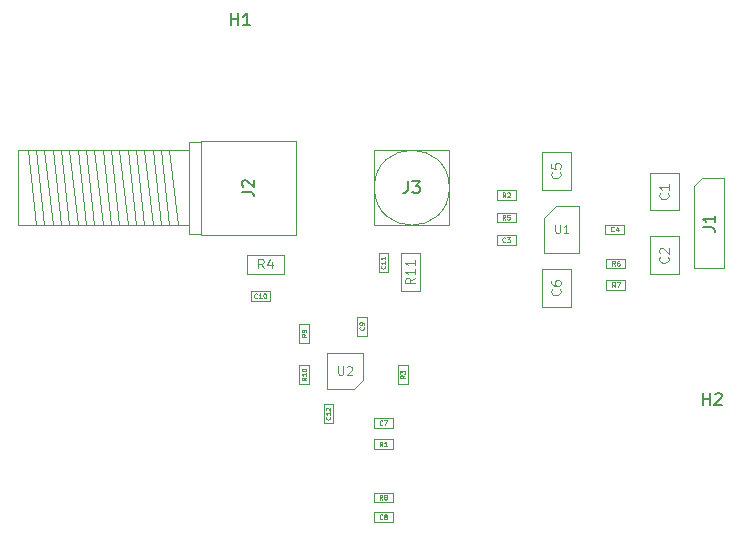
<source format=gbr>
G04 #@! TF.GenerationSoftware,KiCad,Pcbnew,(5.1.9)-1*
G04 #@! TF.CreationDate,2021-09-01T14:55:38+02:00*
G04 #@! TF.ProjectId,PDH_photodiode,5044485f-7068-46f7-946f-64696f64652e,1.1*
G04 #@! TF.SameCoordinates,Original*
G04 #@! TF.FileFunction,Other,Fab,Top*
%FSLAX45Y45*%
G04 Gerber Fmt 4.5, Leading zero omitted, Abs format (unit mm)*
G04 Created by KiCad (PCBNEW (5.1.9)-1) date 2021-09-01 14:55:38*
%MOMM*%
%LPD*%
G01*
G04 APERTURE LIST*
%ADD10C,0.100000*%
%ADD11C,0.060000*%
%ADD12C,0.120000*%
%ADD13C,0.150000*%
%ADD14C,0.110000*%
G04 APERTURE END LIST*
D10*
X13825000Y-6525000D02*
X14025000Y-6525000D01*
X14025000Y-6525000D02*
X14025000Y-6925000D01*
X14025000Y-6925000D02*
X13725000Y-6925000D01*
X13725000Y-6925000D02*
X13725000Y-6625000D01*
X13725000Y-6625000D02*
X13825000Y-6525000D01*
X14245000Y-6765000D02*
X14245000Y-6685000D01*
X14245000Y-6685000D02*
X14405000Y-6685000D01*
X14405000Y-6685000D02*
X14405000Y-6765000D01*
X14405000Y-6765000D02*
X14245000Y-6765000D01*
X14620000Y-6785000D02*
X14870000Y-6785000D01*
X14870000Y-6785000D02*
X14870000Y-7105000D01*
X14870000Y-7105000D02*
X14620000Y-7105000D01*
X14620000Y-7105000D02*
X14620000Y-6785000D01*
X14620000Y-6565000D02*
X14620000Y-6245000D01*
X14870000Y-6565000D02*
X14620000Y-6565000D01*
X14870000Y-6245000D02*
X14870000Y-6565000D01*
X14620000Y-6245000D02*
X14870000Y-6245000D01*
X13485000Y-6855000D02*
X13325000Y-6855000D01*
X13485000Y-6775000D02*
X13485000Y-6855000D01*
X13325000Y-6775000D02*
X13485000Y-6775000D01*
X13325000Y-6855000D02*
X13325000Y-6775000D01*
X13955000Y-6390000D02*
X13705000Y-6390000D01*
X13705000Y-6390000D02*
X13705000Y-6070000D01*
X13705000Y-6070000D02*
X13955000Y-6070000D01*
X13955000Y-6070000D02*
X13955000Y-6390000D01*
X13955000Y-7060000D02*
X13955000Y-7380000D01*
X13705000Y-7060000D02*
X13955000Y-7060000D01*
X13705000Y-7380000D02*
X13705000Y-7060000D01*
X13955000Y-7380000D02*
X13705000Y-7380000D01*
X12445000Y-9200000D02*
X12285000Y-9200000D01*
X12445000Y-9120000D02*
X12445000Y-9200000D01*
X12285000Y-9120000D02*
X12445000Y-9120000D01*
X12285000Y-9200000D02*
X12285000Y-9120000D01*
X12145000Y-7625000D02*
X12145000Y-7465000D01*
X12225000Y-7625000D02*
X12145000Y-7625000D01*
X12225000Y-7465000D02*
X12225000Y-7625000D01*
X12145000Y-7465000D02*
X12225000Y-7465000D01*
X11940000Y-8365000D02*
X11860000Y-8365000D01*
X11860000Y-8365000D02*
X11860000Y-8205000D01*
X11860000Y-8205000D02*
X11940000Y-8205000D01*
X11940000Y-8205000D02*
X11940000Y-8365000D01*
X14998000Y-6357500D02*
X15061500Y-6294000D01*
X14998000Y-7056000D02*
X14998000Y-6357500D01*
X15252000Y-7056000D02*
X14998000Y-7056000D01*
X15252000Y-6294000D02*
X15252000Y-7056000D01*
X15061500Y-6294000D02*
X15252000Y-6294000D01*
X11527500Y-7100000D02*
X11207500Y-7100000D01*
X11527500Y-6940000D02*
X11527500Y-7100000D01*
X11207500Y-6940000D02*
X11527500Y-6940000D01*
X11207500Y-7100000D02*
X11207500Y-6940000D01*
X11402500Y-7330000D02*
X11242500Y-7330000D01*
X11402500Y-7250000D02*
X11402500Y-7330000D01*
X11242500Y-7250000D02*
X11402500Y-7250000D01*
X11242500Y-7330000D02*
X11242500Y-7250000D01*
X12325000Y-6927500D02*
X12405000Y-6927500D01*
X12405000Y-6927500D02*
X12405000Y-7087500D01*
X12405000Y-7087500D02*
X12325000Y-7087500D01*
X12325000Y-7087500D02*
X12325000Y-6927500D01*
X12285000Y-8586250D02*
X12285000Y-8503750D01*
X12285000Y-8503750D02*
X12445000Y-8503750D01*
X12445000Y-8503750D02*
X12445000Y-8586250D01*
X12445000Y-8586250D02*
X12285000Y-8586250D01*
X13485000Y-6393750D02*
X13485000Y-6476250D01*
X13485000Y-6476250D02*
X13325000Y-6476250D01*
X13325000Y-6476250D02*
X13325000Y-6393750D01*
X13325000Y-6393750D02*
X13485000Y-6393750D01*
X13325000Y-6583750D02*
X13485000Y-6583750D01*
X13325000Y-6666250D02*
X13325000Y-6583750D01*
X13485000Y-6666250D02*
X13325000Y-6666250D01*
X13485000Y-6583750D02*
X13485000Y-6666250D01*
X14255000Y-6973750D02*
X14415000Y-6973750D01*
X14255000Y-7056250D02*
X14255000Y-6973750D01*
X14415000Y-7056250D02*
X14255000Y-7056250D01*
X14415000Y-6973750D02*
X14415000Y-7056250D01*
X14415000Y-7153750D02*
X14415000Y-7236250D01*
X14415000Y-7236250D02*
X14255000Y-7236250D01*
X14255000Y-7236250D02*
X14255000Y-7153750D01*
X14255000Y-7153750D02*
X14415000Y-7153750D01*
X12285000Y-8953750D02*
X12445000Y-8953750D01*
X12285000Y-9036250D02*
X12285000Y-8953750D01*
X12445000Y-9036250D02*
X12285000Y-9036250D01*
X12445000Y-8953750D02*
X12445000Y-9036250D01*
X11653750Y-7685000D02*
X11653750Y-7525000D01*
X11736250Y-7685000D02*
X11653750Y-7685000D01*
X11736250Y-7525000D02*
X11736250Y-7685000D01*
X11653750Y-7525000D02*
X11736250Y-7525000D01*
X11653750Y-7875000D02*
X11736250Y-7875000D01*
X11736250Y-7875000D02*
X11736250Y-8035000D01*
X11736250Y-8035000D02*
X11653750Y-8035000D01*
X11653750Y-8035000D02*
X11653750Y-7875000D01*
X12515000Y-7245000D02*
X12515000Y-6925000D01*
X12675000Y-7245000D02*
X12515000Y-7245000D01*
X12675000Y-6925000D02*
X12675000Y-7245000D01*
X12515000Y-6925000D02*
X12675000Y-6925000D01*
X12190000Y-8000000D02*
X12115000Y-8075000D01*
X12190000Y-7775000D02*
X12190000Y-8000000D01*
X11890000Y-7775000D02*
X12190000Y-7775000D01*
X11890000Y-8075000D02*
X11890000Y-7775000D01*
X12115000Y-8075000D02*
X11890000Y-8075000D01*
X9425000Y-6692500D02*
X9354400Y-6057500D01*
X10825000Y-6775000D02*
X10825000Y-5975000D01*
X10718000Y-6765000D02*
X10825000Y-6765000D01*
X10718000Y-5985000D02*
X10718000Y-6765000D01*
X10825000Y-5985000D02*
X10718000Y-5985000D01*
X9275000Y-6057500D02*
X10718000Y-6057500D01*
X9275000Y-6692500D02*
X10718000Y-6692500D01*
X9275000Y-6692500D02*
X9275000Y-6057500D01*
X10825000Y-5975000D02*
X11625000Y-5975000D01*
X11625000Y-6775000D02*
X11625000Y-5975000D01*
X10825000Y-6775000D02*
X11625000Y-6775000D01*
X9495600Y-6692500D02*
X9425000Y-6057500D01*
X9566200Y-6692500D02*
X9495600Y-6057500D01*
X9636800Y-6692500D02*
X9566200Y-6057500D01*
X9707400Y-6692500D02*
X9636800Y-6057500D01*
X9778000Y-6692500D02*
X9707400Y-6057500D01*
X9848600Y-6692500D02*
X9778000Y-6057500D01*
X9919200Y-6692500D02*
X9848600Y-6057500D01*
X9989800Y-6692500D02*
X9919200Y-6057500D01*
X10060400Y-6692500D02*
X9989800Y-6057500D01*
X10131000Y-6692500D02*
X10060400Y-6057500D01*
X10201600Y-6692500D02*
X10131000Y-6057500D01*
X10272200Y-6692500D02*
X10201600Y-6057500D01*
X10342800Y-6692500D02*
X10272200Y-6057500D01*
X10413400Y-6692500D02*
X10342800Y-6057500D01*
X10484000Y-6692500D02*
X10413400Y-6057500D01*
X10554600Y-6692500D02*
X10484000Y-6057500D01*
X10625200Y-6692500D02*
X10554600Y-6057500D01*
X12925000Y-6372500D02*
G75*
G03*
X12925000Y-6372500I-317500J0D01*
G01*
X12925000Y-6690000D02*
X12290000Y-6690000D01*
X12925000Y-6690000D02*
X12925000Y-6055000D01*
X12925000Y-6055000D02*
X12290000Y-6055000D01*
X12290000Y-6690000D02*
X12290000Y-6055000D01*
X12445000Y-8325000D02*
X12445000Y-8405000D01*
X12445000Y-8405000D02*
X12285000Y-8405000D01*
X12285000Y-8405000D02*
X12285000Y-8325000D01*
X12285000Y-8325000D02*
X12445000Y-8325000D01*
X12571250Y-7875000D02*
X12571250Y-8035000D01*
X12488750Y-7875000D02*
X12571250Y-7875000D01*
X12488750Y-8035000D02*
X12488750Y-7875000D01*
X12571250Y-8035000D02*
X12488750Y-8035000D01*
X13821667Y-6686667D02*
X13821667Y-6743333D01*
X13825000Y-6750000D01*
X13828333Y-6753333D01*
X13835000Y-6756667D01*
X13848333Y-6756667D01*
X13855000Y-6753333D01*
X13858333Y-6750000D01*
X13861667Y-6743333D01*
X13861667Y-6686667D01*
X13931667Y-6756667D02*
X13891667Y-6756667D01*
X13911667Y-6756667D02*
X13911667Y-6686667D01*
X13905000Y-6696667D01*
X13898333Y-6703333D01*
X13891667Y-6706667D01*
D11*
X14318333Y-6739286D02*
X14316428Y-6741190D01*
X14310714Y-6743095D01*
X14306905Y-6743095D01*
X14301190Y-6741190D01*
X14297381Y-6737381D01*
X14295476Y-6733571D01*
X14293571Y-6725952D01*
X14293571Y-6720238D01*
X14295476Y-6712619D01*
X14297381Y-6708809D01*
X14301190Y-6705000D01*
X14306905Y-6703095D01*
X14310714Y-6703095D01*
X14316428Y-6705000D01*
X14318333Y-6706905D01*
X14352619Y-6716428D02*
X14352619Y-6743095D01*
X14343095Y-6701190D02*
X14333571Y-6729762D01*
X14358333Y-6729762D01*
D12*
X14773571Y-6958333D02*
X14777381Y-6962143D01*
X14781190Y-6973571D01*
X14781190Y-6981190D01*
X14777381Y-6992619D01*
X14769762Y-7000238D01*
X14762143Y-7004048D01*
X14746905Y-7007857D01*
X14735476Y-7007857D01*
X14720238Y-7004048D01*
X14712619Y-7000238D01*
X14705000Y-6992619D01*
X14701190Y-6981190D01*
X14701190Y-6973571D01*
X14705000Y-6962143D01*
X14708809Y-6958333D01*
X14708809Y-6927857D02*
X14705000Y-6924048D01*
X14701190Y-6916428D01*
X14701190Y-6897381D01*
X14705000Y-6889762D01*
X14708809Y-6885952D01*
X14716428Y-6882143D01*
X14724048Y-6882143D01*
X14735476Y-6885952D01*
X14781190Y-6931667D01*
X14781190Y-6882143D01*
X14773571Y-6418333D02*
X14777381Y-6422143D01*
X14781190Y-6433571D01*
X14781190Y-6441190D01*
X14777381Y-6452619D01*
X14769762Y-6460238D01*
X14762143Y-6464048D01*
X14746905Y-6467857D01*
X14735476Y-6467857D01*
X14720238Y-6464048D01*
X14712619Y-6460238D01*
X14705000Y-6452619D01*
X14701190Y-6441190D01*
X14701190Y-6433571D01*
X14705000Y-6422143D01*
X14708809Y-6418333D01*
X14781190Y-6342143D02*
X14781190Y-6387857D01*
X14781190Y-6365000D02*
X14701190Y-6365000D01*
X14712619Y-6372619D01*
X14720238Y-6380238D01*
X14724048Y-6387857D01*
D11*
X13398333Y-6829286D02*
X13396428Y-6831190D01*
X13390714Y-6833095D01*
X13386905Y-6833095D01*
X13381190Y-6831190D01*
X13377381Y-6827381D01*
X13375476Y-6823571D01*
X13373571Y-6815952D01*
X13373571Y-6810238D01*
X13375476Y-6802619D01*
X13377381Y-6798809D01*
X13381190Y-6795000D01*
X13386905Y-6793095D01*
X13390714Y-6793095D01*
X13396428Y-6795000D01*
X13398333Y-6796905D01*
X13411667Y-6793095D02*
X13436428Y-6793095D01*
X13423095Y-6808333D01*
X13428809Y-6808333D01*
X13432619Y-6810238D01*
X13434524Y-6812143D01*
X13436428Y-6815952D01*
X13436428Y-6825476D01*
X13434524Y-6829286D01*
X13432619Y-6831190D01*
X13428809Y-6833095D01*
X13417381Y-6833095D01*
X13413571Y-6831190D01*
X13411667Y-6829286D01*
D12*
X13858571Y-6243333D02*
X13862381Y-6247143D01*
X13866190Y-6258571D01*
X13866190Y-6266190D01*
X13862381Y-6277619D01*
X13854762Y-6285238D01*
X13847143Y-6289048D01*
X13831905Y-6292857D01*
X13820476Y-6292857D01*
X13805238Y-6289048D01*
X13797619Y-6285238D01*
X13790000Y-6277619D01*
X13786190Y-6266190D01*
X13786190Y-6258571D01*
X13790000Y-6247143D01*
X13793809Y-6243333D01*
X13786190Y-6170952D02*
X13786190Y-6209048D01*
X13824286Y-6212857D01*
X13820476Y-6209048D01*
X13816667Y-6201428D01*
X13816667Y-6182381D01*
X13820476Y-6174762D01*
X13824286Y-6170952D01*
X13831905Y-6167143D01*
X13850952Y-6167143D01*
X13858571Y-6170952D01*
X13862381Y-6174762D01*
X13866190Y-6182381D01*
X13866190Y-6201428D01*
X13862381Y-6209048D01*
X13858571Y-6212857D01*
X13858571Y-7233333D02*
X13862381Y-7237143D01*
X13866190Y-7248571D01*
X13866190Y-7256190D01*
X13862381Y-7267619D01*
X13854762Y-7275238D01*
X13847143Y-7279048D01*
X13831905Y-7282857D01*
X13820476Y-7282857D01*
X13805238Y-7279048D01*
X13797619Y-7275238D01*
X13790000Y-7267619D01*
X13786190Y-7256190D01*
X13786190Y-7248571D01*
X13790000Y-7237143D01*
X13793809Y-7233333D01*
X13786190Y-7164762D02*
X13786190Y-7180000D01*
X13790000Y-7187619D01*
X13793809Y-7191428D01*
X13805238Y-7199048D01*
X13820476Y-7202857D01*
X13850952Y-7202857D01*
X13858571Y-7199048D01*
X13862381Y-7195238D01*
X13866190Y-7187619D01*
X13866190Y-7172381D01*
X13862381Y-7164762D01*
X13858571Y-7160952D01*
X13850952Y-7157143D01*
X13831905Y-7157143D01*
X13824286Y-7160952D01*
X13820476Y-7164762D01*
X13816667Y-7172381D01*
X13816667Y-7187619D01*
X13820476Y-7195238D01*
X13824286Y-7199048D01*
X13831905Y-7202857D01*
D11*
X12358333Y-9174286D02*
X12356428Y-9176190D01*
X12350714Y-9178095D01*
X12346905Y-9178095D01*
X12341190Y-9176190D01*
X12337381Y-9172381D01*
X12335476Y-9168571D01*
X12333571Y-9160952D01*
X12333571Y-9155238D01*
X12335476Y-9147619D01*
X12337381Y-9143810D01*
X12341190Y-9140000D01*
X12346905Y-9138095D01*
X12350714Y-9138095D01*
X12356428Y-9140000D01*
X12358333Y-9141905D01*
X12381190Y-9155238D02*
X12377381Y-9153333D01*
X12375476Y-9151429D01*
X12373571Y-9147619D01*
X12373571Y-9145714D01*
X12375476Y-9141905D01*
X12377381Y-9140000D01*
X12381190Y-9138095D01*
X12388809Y-9138095D01*
X12392619Y-9140000D01*
X12394524Y-9141905D01*
X12396428Y-9145714D01*
X12396428Y-9147619D01*
X12394524Y-9151429D01*
X12392619Y-9153333D01*
X12388809Y-9155238D01*
X12381190Y-9155238D01*
X12377381Y-9157143D01*
X12375476Y-9159048D01*
X12373571Y-9162857D01*
X12373571Y-9170476D01*
X12375476Y-9174286D01*
X12377381Y-9176190D01*
X12381190Y-9178095D01*
X12388809Y-9178095D01*
X12392619Y-9176190D01*
X12394524Y-9174286D01*
X12396428Y-9170476D01*
X12396428Y-9162857D01*
X12394524Y-9159048D01*
X12392619Y-9157143D01*
X12388809Y-9155238D01*
X12199286Y-7551667D02*
X12201190Y-7553571D01*
X12203095Y-7559286D01*
X12203095Y-7563095D01*
X12201190Y-7568809D01*
X12197381Y-7572619D01*
X12193571Y-7574524D01*
X12185952Y-7576428D01*
X12180238Y-7576428D01*
X12172619Y-7574524D01*
X12168809Y-7572619D01*
X12165000Y-7568809D01*
X12163095Y-7563095D01*
X12163095Y-7559286D01*
X12165000Y-7553571D01*
X12166905Y-7551667D01*
X12203095Y-7532619D02*
X12203095Y-7525000D01*
X12201190Y-7521190D01*
X12199286Y-7519286D01*
X12193571Y-7515476D01*
X12185952Y-7513571D01*
X12170714Y-7513571D01*
X12166905Y-7515476D01*
X12165000Y-7517381D01*
X12163095Y-7521190D01*
X12163095Y-7528809D01*
X12165000Y-7532619D01*
X12166905Y-7534524D01*
X12170714Y-7536428D01*
X12180238Y-7536428D01*
X12184048Y-7534524D01*
X12185952Y-7532619D01*
X12187857Y-7528809D01*
X12187857Y-7521190D01*
X12185952Y-7517381D01*
X12184048Y-7515476D01*
X12180238Y-7513571D01*
X11914286Y-8310714D02*
X11916190Y-8312619D01*
X11918095Y-8318333D01*
X11918095Y-8322143D01*
X11916190Y-8327857D01*
X11912381Y-8331667D01*
X11908571Y-8333571D01*
X11900952Y-8335476D01*
X11895238Y-8335476D01*
X11887619Y-8333571D01*
X11883809Y-8331667D01*
X11880000Y-8327857D01*
X11878095Y-8322143D01*
X11878095Y-8318333D01*
X11880000Y-8312619D01*
X11881905Y-8310714D01*
X11918095Y-8272619D02*
X11918095Y-8295476D01*
X11918095Y-8284048D02*
X11878095Y-8284048D01*
X11883809Y-8287857D01*
X11887619Y-8291667D01*
X11889524Y-8295476D01*
X11881905Y-8257381D02*
X11880000Y-8255476D01*
X11878095Y-8251667D01*
X11878095Y-8242143D01*
X11880000Y-8238333D01*
X11881905Y-8236428D01*
X11885714Y-8234524D01*
X11889524Y-8234524D01*
X11895238Y-8236428D01*
X11918095Y-8259286D01*
X11918095Y-8234524D01*
D13*
X15070238Y-6708333D02*
X15141667Y-6708333D01*
X15155952Y-6713095D01*
X15165476Y-6722619D01*
X15170238Y-6736905D01*
X15170238Y-6746428D01*
X15170238Y-6608333D02*
X15170238Y-6665476D01*
X15170238Y-6636905D02*
X15070238Y-6636905D01*
X15084524Y-6646428D01*
X15094048Y-6655952D01*
X15098809Y-6665476D01*
D12*
X11354167Y-7056190D02*
X11327500Y-7018095D01*
X11308452Y-7056190D02*
X11308452Y-6976190D01*
X11338928Y-6976190D01*
X11346548Y-6980000D01*
X11350357Y-6983809D01*
X11354167Y-6991428D01*
X11354167Y-7002857D01*
X11350357Y-7010476D01*
X11346548Y-7014286D01*
X11338928Y-7018095D01*
X11308452Y-7018095D01*
X11422738Y-7002857D02*
X11422738Y-7056190D01*
X11403690Y-6972381D02*
X11384643Y-7029524D01*
X11434167Y-7029524D01*
D11*
X11296786Y-7304286D02*
X11294881Y-7306190D01*
X11289167Y-7308095D01*
X11285357Y-7308095D01*
X11279643Y-7306190D01*
X11275833Y-7302381D01*
X11273928Y-7298571D01*
X11272024Y-7290952D01*
X11272024Y-7285238D01*
X11273928Y-7277619D01*
X11275833Y-7273809D01*
X11279643Y-7270000D01*
X11285357Y-7268095D01*
X11289167Y-7268095D01*
X11294881Y-7270000D01*
X11296786Y-7271905D01*
X11334881Y-7308095D02*
X11312024Y-7308095D01*
X11323452Y-7308095D02*
X11323452Y-7268095D01*
X11319643Y-7273809D01*
X11315833Y-7277619D01*
X11312024Y-7279524D01*
X11359643Y-7268095D02*
X11363452Y-7268095D01*
X11367262Y-7270000D01*
X11369167Y-7271905D01*
X11371071Y-7275714D01*
X11372976Y-7283333D01*
X11372976Y-7292857D01*
X11371071Y-7300476D01*
X11369167Y-7304286D01*
X11367262Y-7306190D01*
X11363452Y-7308095D01*
X11359643Y-7308095D01*
X11355833Y-7306190D01*
X11353928Y-7304286D01*
X11352024Y-7300476D01*
X11350119Y-7292857D01*
X11350119Y-7283333D01*
X11352024Y-7275714D01*
X11353928Y-7271905D01*
X11355833Y-7270000D01*
X11359643Y-7268095D01*
X12379286Y-7033214D02*
X12381190Y-7035119D01*
X12383095Y-7040833D01*
X12383095Y-7044643D01*
X12381190Y-7050357D01*
X12377381Y-7054167D01*
X12373571Y-7056071D01*
X12365952Y-7057976D01*
X12360238Y-7057976D01*
X12352619Y-7056071D01*
X12348809Y-7054167D01*
X12345000Y-7050357D01*
X12343095Y-7044643D01*
X12343095Y-7040833D01*
X12345000Y-7035119D01*
X12346905Y-7033214D01*
X12383095Y-6995119D02*
X12383095Y-7017976D01*
X12383095Y-7006548D02*
X12343095Y-7006548D01*
X12348809Y-7010357D01*
X12352619Y-7014167D01*
X12354524Y-7017976D01*
X12383095Y-6957024D02*
X12383095Y-6979881D01*
X12383095Y-6968452D02*
X12343095Y-6968452D01*
X12348809Y-6972262D01*
X12352619Y-6976071D01*
X12354524Y-6979881D01*
X12358333Y-8563095D02*
X12345000Y-8544048D01*
X12335476Y-8563095D02*
X12335476Y-8523095D01*
X12350714Y-8523095D01*
X12354524Y-8525000D01*
X12356428Y-8526905D01*
X12358333Y-8530714D01*
X12358333Y-8536429D01*
X12356428Y-8540238D01*
X12354524Y-8542143D01*
X12350714Y-8544048D01*
X12335476Y-8544048D01*
X12396428Y-8563095D02*
X12373571Y-8563095D01*
X12385000Y-8563095D02*
X12385000Y-8523095D01*
X12381190Y-8528810D01*
X12377381Y-8532619D01*
X12373571Y-8534524D01*
X13398333Y-6453095D02*
X13385000Y-6434048D01*
X13375476Y-6453095D02*
X13375476Y-6413095D01*
X13390714Y-6413095D01*
X13394524Y-6415000D01*
X13396428Y-6416905D01*
X13398333Y-6420714D01*
X13398333Y-6426428D01*
X13396428Y-6430238D01*
X13394524Y-6432143D01*
X13390714Y-6434048D01*
X13375476Y-6434048D01*
X13413571Y-6416905D02*
X13415476Y-6415000D01*
X13419286Y-6413095D01*
X13428809Y-6413095D01*
X13432619Y-6415000D01*
X13434524Y-6416905D01*
X13436428Y-6420714D01*
X13436428Y-6424524D01*
X13434524Y-6430238D01*
X13411667Y-6453095D01*
X13436428Y-6453095D01*
X13398333Y-6643095D02*
X13385000Y-6624048D01*
X13375476Y-6643095D02*
X13375476Y-6603095D01*
X13390714Y-6603095D01*
X13394524Y-6605000D01*
X13396428Y-6606905D01*
X13398333Y-6610714D01*
X13398333Y-6616428D01*
X13396428Y-6620238D01*
X13394524Y-6622143D01*
X13390714Y-6624048D01*
X13375476Y-6624048D01*
X13434524Y-6603095D02*
X13415476Y-6603095D01*
X13413571Y-6622143D01*
X13415476Y-6620238D01*
X13419286Y-6618333D01*
X13428809Y-6618333D01*
X13432619Y-6620238D01*
X13434524Y-6622143D01*
X13436428Y-6625952D01*
X13436428Y-6635476D01*
X13434524Y-6639286D01*
X13432619Y-6641190D01*
X13428809Y-6643095D01*
X13419286Y-6643095D01*
X13415476Y-6641190D01*
X13413571Y-6639286D01*
X14328333Y-7033095D02*
X14315000Y-7014048D01*
X14305476Y-7033095D02*
X14305476Y-6993095D01*
X14320714Y-6993095D01*
X14324524Y-6995000D01*
X14326428Y-6996905D01*
X14328333Y-7000714D01*
X14328333Y-7006428D01*
X14326428Y-7010238D01*
X14324524Y-7012143D01*
X14320714Y-7014048D01*
X14305476Y-7014048D01*
X14362619Y-6993095D02*
X14355000Y-6993095D01*
X14351190Y-6995000D01*
X14349286Y-6996905D01*
X14345476Y-7002619D01*
X14343571Y-7010238D01*
X14343571Y-7025476D01*
X14345476Y-7029286D01*
X14347381Y-7031190D01*
X14351190Y-7033095D01*
X14358809Y-7033095D01*
X14362619Y-7031190D01*
X14364524Y-7029286D01*
X14366428Y-7025476D01*
X14366428Y-7015952D01*
X14364524Y-7012143D01*
X14362619Y-7010238D01*
X14358809Y-7008333D01*
X14351190Y-7008333D01*
X14347381Y-7010238D01*
X14345476Y-7012143D01*
X14343571Y-7015952D01*
X14328333Y-7213095D02*
X14315000Y-7194048D01*
X14305476Y-7213095D02*
X14305476Y-7173095D01*
X14320714Y-7173095D01*
X14324524Y-7175000D01*
X14326428Y-7176905D01*
X14328333Y-7180714D01*
X14328333Y-7186428D01*
X14326428Y-7190238D01*
X14324524Y-7192143D01*
X14320714Y-7194048D01*
X14305476Y-7194048D01*
X14341667Y-7173095D02*
X14368333Y-7173095D01*
X14351190Y-7213095D01*
X12358333Y-9013095D02*
X12345000Y-8994048D01*
X12335476Y-9013095D02*
X12335476Y-8973095D01*
X12350714Y-8973095D01*
X12354524Y-8975000D01*
X12356428Y-8976905D01*
X12358333Y-8980714D01*
X12358333Y-8986429D01*
X12356428Y-8990238D01*
X12354524Y-8992143D01*
X12350714Y-8994048D01*
X12335476Y-8994048D01*
X12381190Y-8990238D02*
X12377381Y-8988333D01*
X12375476Y-8986429D01*
X12373571Y-8982619D01*
X12373571Y-8980714D01*
X12375476Y-8976905D01*
X12377381Y-8975000D01*
X12381190Y-8973095D01*
X12388809Y-8973095D01*
X12392619Y-8975000D01*
X12394524Y-8976905D01*
X12396428Y-8980714D01*
X12396428Y-8982619D01*
X12394524Y-8986429D01*
X12392619Y-8988333D01*
X12388809Y-8990238D01*
X12381190Y-8990238D01*
X12377381Y-8992143D01*
X12375476Y-8994048D01*
X12373571Y-8997857D01*
X12373571Y-9005476D01*
X12375476Y-9009286D01*
X12377381Y-9011190D01*
X12381190Y-9013095D01*
X12388809Y-9013095D01*
X12392619Y-9011190D01*
X12394524Y-9009286D01*
X12396428Y-9005476D01*
X12396428Y-8997857D01*
X12394524Y-8994048D01*
X12392619Y-8992143D01*
X12388809Y-8990238D01*
X11713095Y-7611667D02*
X11694048Y-7625000D01*
X11713095Y-7634524D02*
X11673095Y-7634524D01*
X11673095Y-7619286D01*
X11675000Y-7615476D01*
X11676905Y-7613571D01*
X11680714Y-7611667D01*
X11686428Y-7611667D01*
X11690238Y-7613571D01*
X11692143Y-7615476D01*
X11694048Y-7619286D01*
X11694048Y-7634524D01*
X11713095Y-7592619D02*
X11713095Y-7585000D01*
X11711190Y-7581190D01*
X11709286Y-7579286D01*
X11703571Y-7575476D01*
X11695952Y-7573571D01*
X11680714Y-7573571D01*
X11676905Y-7575476D01*
X11675000Y-7577381D01*
X11673095Y-7581190D01*
X11673095Y-7588809D01*
X11675000Y-7592619D01*
X11676905Y-7594524D01*
X11680714Y-7596428D01*
X11690238Y-7596428D01*
X11694048Y-7594524D01*
X11695952Y-7592619D01*
X11697857Y-7588809D01*
X11697857Y-7581190D01*
X11695952Y-7577381D01*
X11694048Y-7575476D01*
X11690238Y-7573571D01*
X11713095Y-7980714D02*
X11694048Y-7994048D01*
X11713095Y-8003571D02*
X11673095Y-8003571D01*
X11673095Y-7988333D01*
X11675000Y-7984524D01*
X11676905Y-7982619D01*
X11680714Y-7980714D01*
X11686428Y-7980714D01*
X11690238Y-7982619D01*
X11692143Y-7984524D01*
X11694048Y-7988333D01*
X11694048Y-8003571D01*
X11713095Y-7942619D02*
X11713095Y-7965476D01*
X11713095Y-7954048D02*
X11673095Y-7954048D01*
X11678809Y-7957857D01*
X11682619Y-7961667D01*
X11684524Y-7965476D01*
X11673095Y-7917857D02*
X11673095Y-7914048D01*
X11675000Y-7910238D01*
X11676905Y-7908333D01*
X11680714Y-7906428D01*
X11688333Y-7904524D01*
X11697857Y-7904524D01*
X11705476Y-7906428D01*
X11709286Y-7908333D01*
X11711190Y-7910238D01*
X11713095Y-7914048D01*
X11713095Y-7917857D01*
X11711190Y-7921667D01*
X11709286Y-7923571D01*
X11705476Y-7925476D01*
X11697857Y-7927381D01*
X11688333Y-7927381D01*
X11680714Y-7925476D01*
X11676905Y-7923571D01*
X11675000Y-7921667D01*
X11673095Y-7917857D01*
D12*
X12631190Y-7136428D02*
X12593095Y-7163095D01*
X12631190Y-7182143D02*
X12551190Y-7182143D01*
X12551190Y-7151667D01*
X12555000Y-7144048D01*
X12558809Y-7140238D01*
X12566428Y-7136428D01*
X12577857Y-7136428D01*
X12585476Y-7140238D01*
X12589286Y-7144048D01*
X12593095Y-7151667D01*
X12593095Y-7182143D01*
X12631190Y-7060238D02*
X12631190Y-7105952D01*
X12631190Y-7083095D02*
X12551190Y-7083095D01*
X12562619Y-7090714D01*
X12570238Y-7098333D01*
X12574048Y-7105952D01*
X12631190Y-6984048D02*
X12631190Y-7029762D01*
X12631190Y-7006905D02*
X12551190Y-7006905D01*
X12562619Y-7014524D01*
X12570238Y-7022143D01*
X12574048Y-7029762D01*
D14*
X11982857Y-7883928D02*
X11982857Y-7944643D01*
X11986428Y-7951786D01*
X11990000Y-7955357D01*
X11997143Y-7958928D01*
X12011428Y-7958928D01*
X12018571Y-7955357D01*
X12022143Y-7951786D01*
X12025714Y-7944643D01*
X12025714Y-7883928D01*
X12057857Y-7891071D02*
X12061428Y-7887500D01*
X12068571Y-7883928D01*
X12086428Y-7883928D01*
X12093571Y-7887500D01*
X12097143Y-7891071D01*
X12100714Y-7898214D01*
X12100714Y-7905357D01*
X12097143Y-7916071D01*
X12054286Y-7958928D01*
X12100714Y-7958928D01*
D13*
X11170238Y-6408333D02*
X11241667Y-6408333D01*
X11255952Y-6413095D01*
X11265476Y-6422619D01*
X11270238Y-6436905D01*
X11270238Y-6446428D01*
X11179762Y-6365476D02*
X11175000Y-6360714D01*
X11170238Y-6351190D01*
X11170238Y-6327381D01*
X11175000Y-6317857D01*
X11179762Y-6313095D01*
X11189286Y-6308333D01*
X11198809Y-6308333D01*
X11213095Y-6313095D01*
X11270238Y-6370238D01*
X11270238Y-6308333D01*
X12574167Y-6317738D02*
X12574167Y-6389167D01*
X12569405Y-6403452D01*
X12559881Y-6412976D01*
X12545595Y-6417738D01*
X12536071Y-6417738D01*
X12612262Y-6317738D02*
X12674167Y-6317738D01*
X12640833Y-6355833D01*
X12655119Y-6355833D01*
X12664643Y-6360595D01*
X12669405Y-6365357D01*
X12674167Y-6374881D01*
X12674167Y-6398690D01*
X12669405Y-6408214D01*
X12664643Y-6412976D01*
X12655119Y-6417738D01*
X12626548Y-6417738D01*
X12617024Y-6412976D01*
X12612262Y-6408214D01*
D11*
X12358333Y-8379286D02*
X12356428Y-8381190D01*
X12350714Y-8383095D01*
X12346905Y-8383095D01*
X12341190Y-8381190D01*
X12337381Y-8377381D01*
X12335476Y-8373571D01*
X12333571Y-8365952D01*
X12333571Y-8360238D01*
X12335476Y-8352619D01*
X12337381Y-8348809D01*
X12341190Y-8345000D01*
X12346905Y-8343095D01*
X12350714Y-8343095D01*
X12356428Y-8345000D01*
X12358333Y-8346905D01*
X12371667Y-8343095D02*
X12398333Y-8343095D01*
X12381190Y-8383095D01*
X12548095Y-7961667D02*
X12529048Y-7975000D01*
X12548095Y-7984524D02*
X12508095Y-7984524D01*
X12508095Y-7969286D01*
X12510000Y-7965476D01*
X12511905Y-7963571D01*
X12515714Y-7961667D01*
X12521428Y-7961667D01*
X12525238Y-7963571D01*
X12527143Y-7965476D01*
X12529048Y-7969286D01*
X12529048Y-7984524D01*
X12508095Y-7948333D02*
X12508095Y-7923571D01*
X12523333Y-7936905D01*
X12523333Y-7931190D01*
X12525238Y-7927381D01*
X12527143Y-7925476D01*
X12530952Y-7923571D01*
X12540476Y-7923571D01*
X12544286Y-7925476D01*
X12546190Y-7927381D01*
X12548095Y-7931190D01*
X12548095Y-7942619D01*
X12546190Y-7946428D01*
X12544286Y-7948333D01*
D13*
X11078810Y-4995238D02*
X11078810Y-4895238D01*
X11078810Y-4942857D02*
X11135952Y-4942857D01*
X11135952Y-4995238D02*
X11135952Y-4895238D01*
X11235952Y-4995238D02*
X11178810Y-4995238D01*
X11207381Y-4995238D02*
X11207381Y-4895238D01*
X11197857Y-4909524D01*
X11188333Y-4919048D01*
X11178810Y-4923810D01*
X15073809Y-8210238D02*
X15073809Y-8110238D01*
X15073809Y-8157857D02*
X15130952Y-8157857D01*
X15130952Y-8210238D02*
X15130952Y-8110238D01*
X15173809Y-8119762D02*
X15178571Y-8115000D01*
X15188095Y-8110238D01*
X15211905Y-8110238D01*
X15221428Y-8115000D01*
X15226190Y-8119762D01*
X15230952Y-8129286D01*
X15230952Y-8138809D01*
X15226190Y-8153095D01*
X15169048Y-8210238D01*
X15230952Y-8210238D01*
M02*

</source>
